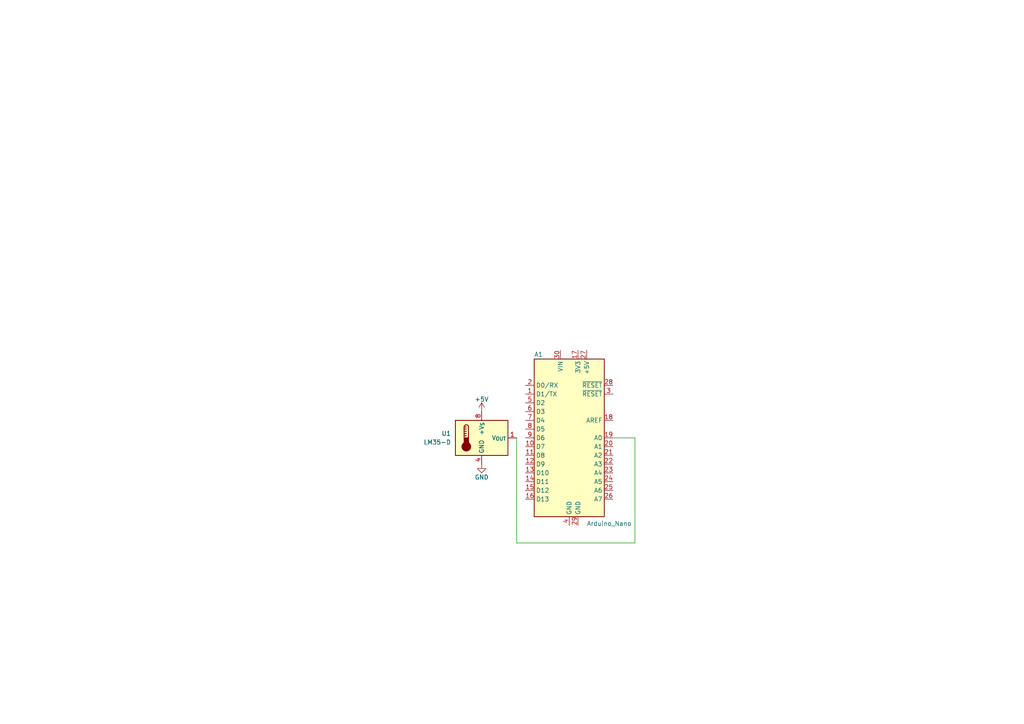
<source format=kicad_sch>
(kicad_sch (version 20250114) (generator "eeschema") (generator_version "9.0")
  (paper "A4")
  (title_block (title "LM35 → Arduino Nano A0") (date "2025-09-15") (rev "1.0") (company "Karlos") (comment 1 "LM35 con salida analógica a A0"))
  (lib_symbols
    (symbol "MCU_Module:Arduino_Nano_v3.x"
      (property "Reference" "A" (at -10.16 23.495 0))
      (property "Value" "Arduino_Nano_v3.x" (at 5.08 -24.13 0))
      (symbol "Arduino_Nano_v3.x_0_1"
        (rectangle (start -10.16 22.86) (end 10.16 -22.86) (stroke (width 0.254)) (fill (type background)))
      )
      (symbol "Arduino_Nano_v3.x_1_1"
        (pin bidirectional line (at -12.7 15.24 0) (length 2.54) (name "D0/RX") (number "2"))
        (pin bidirectional line (at -12.7 12.7 0) (length 2.54) (name "D1/TX") (number "1"))
        (pin bidirectional line (at -12.7 10.16 0) (length 2.54) (name "D2") (number "5"))
        (pin bidirectional line (at -12.7 7.62 0) (length 2.54) (name "D3") (number "6"))
        (pin bidirectional line (at -12.7 5.08 0) (length 2.54) (name "D4") (number "7"))
        (pin bidirectional line (at -12.7 2.54 0) (length 2.54) (name "D5") (number "8"))
        (pin bidirectional line (at -12.7 0 0) (length 2.54) (name "D6") (number "9"))
        (pin bidirectional line (at -12.7 -2.54 0) (length 2.54) (name "D7") (number "10"))
        (pin bidirectional line (at -12.7 -5.08 0) (length 2.54) (name "D8") (number "11"))
        (pin bidirectional line (at -12.7 -7.62 0) (length 2.54) (name "D9") (number "12"))
        (pin bidirectional line (at -12.7 -10.16 0) (length 2.54) (name "D10") (number "13"))
        (pin bidirectional line (at -12.7 -12.7 0) (length 2.54) (name "D11") (number "14"))
        (pin bidirectional line (at -12.7 -15.24 0) (length 2.54) (name "D12") (number "15"))
        (pin bidirectional line (at -12.7 -17.78 0) (length 2.54) (name "D13") (number "16"))
        (pin power_in line (at -2.54 25.4 270) (length 2.54) (name "VIN") (number "30"))
        (pin power_in line (at 0 -25.4 90) (length 2.54) (name "GND") (number "4"))
        (pin power_out line (at 2.54 25.4 270) (length 2.54) (name "3V3") (number "17"))
        (pin power_in line (at 2.54 -25.4 90) (length 2.54) (name "GND") (number "29"))
        (pin power_out line (at 5.08 25.4 270) (length 2.54) (name "+5V") (number "27"))
        (pin input line (at 12.7 15.24 180) (length 2.54) (name "~{RESET}") (number "28"))
        (pin input line (at 12.7 12.7 180) (length 2.54) (name "~{RESET}") (number "3"))
        (pin input line (at 12.7 5.08 180) (length 2.54) (name "AREF") (number "18"))
        (pin bidirectional line (at 12.7 0 180) (length 2.54) (name "A0") (number "19"))
        (pin bidirectional line (at 12.7 -2.54 180) (length 2.54) (name "A1") (number "20"))
        (pin bidirectional line (at 12.7 -5.08 180) (length 2.54) (name "A2") (number "21"))
        (pin bidirectional line (at 12.7 -7.62 180) (length 2.54) (name "A3") (number "22"))
        (pin bidirectional line (at 12.7 -10.16 180) (length 2.54) (name "A4") (number "23"))
        (pin bidirectional line (at 12.7 -12.7 180) (length 2.54) (name "A5") (number "24"))
        (pin bidirectional line (at 12.7 -15.24 180) (length 2.54) (name "A6") (number "25"))
        (pin bidirectional line (at 12.7 -17.78 180) (length 2.54) (name "A7") (number "26"))
      )
    )
    (symbol "Sensor_Temperature:LM35-D"
      (property "Reference" "U" (at -6.35 6.35 0))
      (property "Value" "LM35-D" (at 1.27 6.35 0))
      (symbol "LM35-D_0_1"
        (rectangle (start -7.62 5.08) (end 7.62 -5.08) (stroke (width 0.254)) (fill (type background)))
        (polyline (pts (xy -5.08 3.175) (xy -5.08 0)) (stroke (width 0.254)))
        (polyline (pts (xy -5.08 3.175) (xy -4.445 3.175)) (stroke (width 0.254)))
        (polyline (pts (xy -5.08 2.54) (xy -4.445 2.54)) (stroke (width 0.254)))
        (polyline (pts (xy -5.08 1.905) (xy -4.445 1.905)) (stroke (width 0.254)))
        (polyline (pts (xy -5.08 1.27) (xy -4.445 1.27)) (stroke (width 0.254)))
        (polyline (pts (xy -5.08 0.635) (xy -4.445 0.635)) (stroke (width 0.254)))
        (arc (start -5.08 3.175) (mid -4.445 3.8073) (end -3.81 3.175) (stroke (width 0.254)))
        (circle (center -4.445 -2.54) (radius 1.27) (stroke (width 0.254)) (fill (type outline)))
        (polyline (pts (xy -3.81 3.175) (xy -3.81 0)) (stroke (width 0.254)))
        (rectangle (start -3.81 -1.905) (end -5.08 0) (stroke (width 0.254)) (fill (type outline)))
      )
      (symbol "LM35-D_1_1"
        (pin no_connect line (at -2.54 5.08 270) (length 2.54) (hide yes) (name "NC") (number "3"))
        (pin no_connect line (at -2.54 -5.08 90) (length 2.54) (hide yes) (name "NC") (number "2"))
        (pin power_in line (at 0 7.62 270) (length 2.54) (name "+V_{S}") (number "8"))
        (pin power_in line (at 0 -7.62 90) (length 2.54) (name "GND") (number "4"))
        (pin no_connect line (at 2.54 -5.08 90) (length 2.54) (hide yes) (name "NC") (number "5"))
        (pin no_connect line (at 5.08 -5.08 90) (length 2.54) (hide yes) (name "NC") (number "6"))
        (pin no_connect line (at 7.62 2.54 180) (length 2.54) (hide yes) (name "NC") (number "7"))
        (pin output line (at 10.16 0 180) (length 2.54) (name "V_{OUT}") (number "1"))
      )
    )
    (symbol "power:+5V" (power) (pin_numbers (hide yes)) (pin_names (offset 0) (hide yes))
      (property "Value" "+5V" (at 0 3.556 0))
      (symbol "+5V_0_1"
        (polyline (pts (xy -0.762 1.27) (xy 0 2.54)))
        (polyline (pts (xy 0 2.54) (xy 0.762 1.27)))
        (polyline (pts (xy 0 0) (xy 0 2.54)))
      )
      (symbol "+5V_1_1"
        (pin power_in line (at 0 0 90) (length 0) (name "~") (number "1"))
      )
    )
    (symbol "power:GND" (power) (pin_numbers (hide yes)) (pin_names (offset 0) (hide yes))
      (property "Value" "GND" (at 0 -3.81 0))
      (symbol "GND_0_1"
        (polyline (pts (xy 0 0) (xy 0 -1.27) (xy 1.27 -1.27) (xy 0 -2.54) (xy -1.27 -1.27) (xy 0 -1.27)))
      )
      (symbol "GND_1_1"
        (pin power_in line (at 0 0 270) (length 0) (name "~") (number "1"))
      )
    )
  )
  (wire (pts (xy 184.15 127) (xy 177.8 127)))
  (wire (pts (xy 149.86 127) (xy 149.86 157.48)))
  (wire (pts (xy 149.86 157.48) (xy 184.15 157.48)))
  (wire (pts (xy 184.15 157.48) (xy 184.15 127)))
  (symbol (lib_id "Sensor_Temperature:LM35-D") (at 139.7 127 0) (unit 1)
    (property "Reference" "U1" (at 130.81 125.7299 0) (effects (justify right)))
    (property "Value" "LM35-D" (at 130.81 128.2699 0) (effects (justify right)))
    (property "Footprint" "Package_SO:SOIC-8_3.9x4.9mm_P1.27mm" (effects (hide yes)))
    (property "Datasheet" "http://www.ti.com/lit/ds/symlink/lm35.pdf" (effects (hide yes)))
    (property "Description" "Precision centigrade temperature sensor, SOIC-8" (effects (hide yes)))
  )
  (symbol (lib_id "power:+5V") (at 139.7 119.38 0) (unit 1)
    (property "Reference" "#PWR?" (effects (hide yes)))
    (property "Value" "+5V" (at 139.7 115.824 0))
    (property "Description" "Power symbol creates a global label with name \"+5V\"" (effects (hide yes)))
  )
  (symbol (lib_id "power:GND") (at 139.7 134.62 0) (unit 1)
    (property "Reference" "#PWR?" (effects (hide yes)))
    (property "Value" "GND" (at 139.7 138.43 0))
    (property "Description" "Power symbol creates a global label with name \"GND\" , ground" (effects (hide yes)))
  )
  (symbol (lib_id "MCU_Module:Arduino_Nano_v3.x") (at 165.1 127 0) (unit 1)
    (property "Reference" "A1" (at 154.94 103.505 0) (effects (justify left bottom)))
    (property "Value" "Arduino_Nano" (at 170.18 151.13 0) (effects (justify left top)))
    (property "Footprint" "Module:Arduino_Nano" (effects (hide yes)))
    (property "Datasheet" "http://www.mouser.com/pdfdocs/Gravitech_Arduino_Nano3_0.pdf" (effects (hide yes)))
    (property "Description" "Arduino Nano v3.x" (effects (hide yes)))
  )
)
</source>
